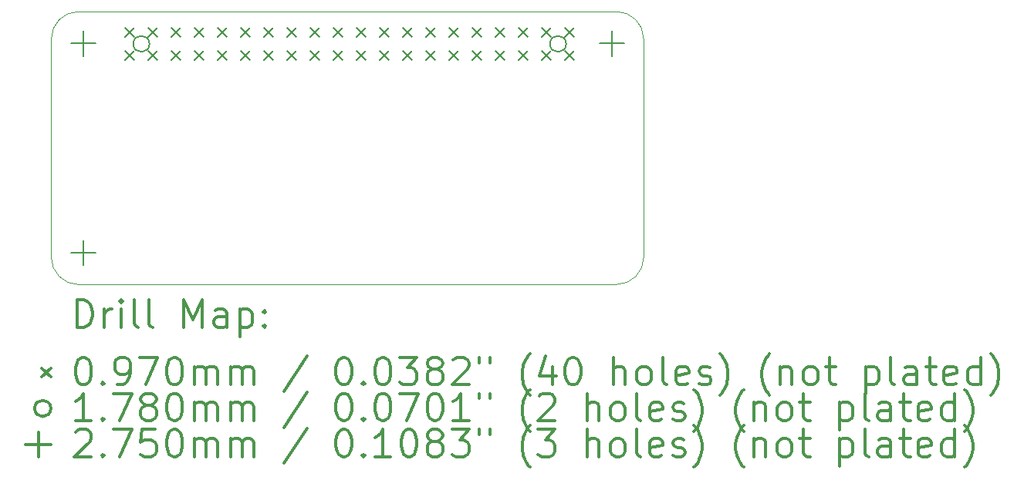
<source format=gbr>
%FSLAX45Y45*%
G04 Gerber Fmt 4.5, Leading zero omitted, Abs format (unit mm)*
G04 Created by KiCad (PCBNEW (5.1.10)-1) date 2021-06-05 16:37:24*
%MOMM*%
%LPD*%
G01*
G04 APERTURE LIST*
%TA.AperFunction,Profile*%
%ADD10C,0.100000*%
%TD*%
%ADD11C,0.200000*%
%ADD12C,0.300000*%
G04 APERTURE END LIST*
D10*
X1550000Y-5450000D02*
X7450000Y-5450000D01*
X1550000Y-2450000D02*
X7450000Y-2450000D01*
X1550000Y-2450000D02*
G75*
G03*
X1250000Y-2750000I0J-300000D01*
G01*
X7750000Y-2750000D02*
G75*
G03*
X7450000Y-2450000I-300000J0D01*
G01*
X7450000Y-5450000D02*
G75*
G03*
X7750000Y-5150000I0J300000D01*
G01*
X1250000Y-5150000D02*
G75*
G03*
X1550000Y-5450000I300000J0D01*
G01*
X1250000Y-2750000D02*
X1250000Y-5150000D01*
X7750000Y-2750000D02*
X7750000Y-5150000D01*
D11*
X2062500Y-2629500D02*
X2159500Y-2726500D01*
X2159500Y-2629500D02*
X2062500Y-2726500D01*
X2062500Y-2883500D02*
X2159500Y-2980500D01*
X2159500Y-2883500D02*
X2062500Y-2980500D01*
X2316500Y-2629500D02*
X2413500Y-2726500D01*
X2413500Y-2629500D02*
X2316500Y-2726500D01*
X2316500Y-2883500D02*
X2413500Y-2980500D01*
X2413500Y-2883500D02*
X2316500Y-2980500D01*
X2570500Y-2629500D02*
X2667500Y-2726500D01*
X2667500Y-2629500D02*
X2570500Y-2726500D01*
X2570500Y-2883500D02*
X2667500Y-2980500D01*
X2667500Y-2883500D02*
X2570500Y-2980500D01*
X2824500Y-2629500D02*
X2921500Y-2726500D01*
X2921500Y-2629500D02*
X2824500Y-2726500D01*
X2824500Y-2883500D02*
X2921500Y-2980500D01*
X2921500Y-2883500D02*
X2824500Y-2980500D01*
X3078500Y-2629500D02*
X3175500Y-2726500D01*
X3175500Y-2629500D02*
X3078500Y-2726500D01*
X3078500Y-2883500D02*
X3175500Y-2980500D01*
X3175500Y-2883500D02*
X3078500Y-2980500D01*
X3332500Y-2629500D02*
X3429500Y-2726500D01*
X3429500Y-2629500D02*
X3332500Y-2726500D01*
X3332500Y-2883500D02*
X3429500Y-2980500D01*
X3429500Y-2883500D02*
X3332500Y-2980500D01*
X3586500Y-2629500D02*
X3683500Y-2726500D01*
X3683500Y-2629500D02*
X3586500Y-2726500D01*
X3586500Y-2883500D02*
X3683500Y-2980500D01*
X3683500Y-2883500D02*
X3586500Y-2980500D01*
X3840500Y-2629500D02*
X3937500Y-2726500D01*
X3937500Y-2629500D02*
X3840500Y-2726500D01*
X3840500Y-2883500D02*
X3937500Y-2980500D01*
X3937500Y-2883500D02*
X3840500Y-2980500D01*
X4094500Y-2629500D02*
X4191500Y-2726500D01*
X4191500Y-2629500D02*
X4094500Y-2726500D01*
X4094500Y-2883500D02*
X4191500Y-2980500D01*
X4191500Y-2883500D02*
X4094500Y-2980500D01*
X4348500Y-2629500D02*
X4445500Y-2726500D01*
X4445500Y-2629500D02*
X4348500Y-2726500D01*
X4348500Y-2883500D02*
X4445500Y-2980500D01*
X4445500Y-2883500D02*
X4348500Y-2980500D01*
X4602500Y-2629500D02*
X4699500Y-2726500D01*
X4699500Y-2629500D02*
X4602500Y-2726500D01*
X4602500Y-2883500D02*
X4699500Y-2980500D01*
X4699500Y-2883500D02*
X4602500Y-2980500D01*
X4856500Y-2629500D02*
X4953500Y-2726500D01*
X4953500Y-2629500D02*
X4856500Y-2726500D01*
X4856500Y-2883500D02*
X4953500Y-2980500D01*
X4953500Y-2883500D02*
X4856500Y-2980500D01*
X5110500Y-2629500D02*
X5207500Y-2726500D01*
X5207500Y-2629500D02*
X5110500Y-2726500D01*
X5110500Y-2883500D02*
X5207500Y-2980500D01*
X5207500Y-2883500D02*
X5110500Y-2980500D01*
X5364500Y-2629500D02*
X5461500Y-2726500D01*
X5461500Y-2629500D02*
X5364500Y-2726500D01*
X5364500Y-2883500D02*
X5461500Y-2980500D01*
X5461500Y-2883500D02*
X5364500Y-2980500D01*
X5618500Y-2629500D02*
X5715500Y-2726500D01*
X5715500Y-2629500D02*
X5618500Y-2726500D01*
X5618500Y-2883500D02*
X5715500Y-2980500D01*
X5715500Y-2883500D02*
X5618500Y-2980500D01*
X5872500Y-2629500D02*
X5969500Y-2726500D01*
X5969500Y-2629500D02*
X5872500Y-2726500D01*
X5872500Y-2883500D02*
X5969500Y-2980500D01*
X5969500Y-2883500D02*
X5872500Y-2980500D01*
X6126500Y-2629500D02*
X6223500Y-2726500D01*
X6223500Y-2629500D02*
X6126500Y-2726500D01*
X6126500Y-2883500D02*
X6223500Y-2980500D01*
X6223500Y-2883500D02*
X6126500Y-2980500D01*
X6380500Y-2629500D02*
X6477500Y-2726500D01*
X6477500Y-2629500D02*
X6380500Y-2726500D01*
X6380500Y-2883500D02*
X6477500Y-2980500D01*
X6477500Y-2883500D02*
X6380500Y-2980500D01*
X6634500Y-2629500D02*
X6731500Y-2726500D01*
X6731500Y-2629500D02*
X6634500Y-2726500D01*
X6634500Y-2883500D02*
X6731500Y-2980500D01*
X6731500Y-2883500D02*
X6634500Y-2980500D01*
X6888500Y-2629500D02*
X6985500Y-2726500D01*
X6985500Y-2629500D02*
X6888500Y-2726500D01*
X6888500Y-2883500D02*
X6985500Y-2980500D01*
X6985500Y-2883500D02*
X6888500Y-2980500D01*
X2327000Y-2805000D02*
G75*
G03*
X2327000Y-2805000I-89000J0D01*
G01*
X6899000Y-2805000D02*
G75*
G03*
X6899000Y-2805000I-89000J0D01*
G01*
X1600000Y-2662500D02*
X1600000Y-2937500D01*
X1462500Y-2800000D02*
X1737500Y-2800000D01*
X1600000Y-4962500D02*
X1600000Y-5237500D01*
X1462500Y-5100000D02*
X1737500Y-5100000D01*
X7400000Y-2662500D02*
X7400000Y-2937500D01*
X7262500Y-2800000D02*
X7537500Y-2800000D01*
D12*
X1531428Y-5920714D02*
X1531428Y-5620714D01*
X1602857Y-5620714D01*
X1645714Y-5635000D01*
X1674286Y-5663571D01*
X1688571Y-5692143D01*
X1702857Y-5749286D01*
X1702857Y-5792143D01*
X1688571Y-5849286D01*
X1674286Y-5877857D01*
X1645714Y-5906429D01*
X1602857Y-5920714D01*
X1531428Y-5920714D01*
X1831428Y-5920714D02*
X1831428Y-5720714D01*
X1831428Y-5777857D02*
X1845714Y-5749286D01*
X1860000Y-5735000D01*
X1888571Y-5720714D01*
X1917143Y-5720714D01*
X2017143Y-5920714D02*
X2017143Y-5720714D01*
X2017143Y-5620714D02*
X2002857Y-5635000D01*
X2017143Y-5649286D01*
X2031428Y-5635000D01*
X2017143Y-5620714D01*
X2017143Y-5649286D01*
X2202857Y-5920714D02*
X2174286Y-5906429D01*
X2160000Y-5877857D01*
X2160000Y-5620714D01*
X2360000Y-5920714D02*
X2331428Y-5906429D01*
X2317143Y-5877857D01*
X2317143Y-5620714D01*
X2702857Y-5920714D02*
X2702857Y-5620714D01*
X2802857Y-5835000D01*
X2902857Y-5620714D01*
X2902857Y-5920714D01*
X3174286Y-5920714D02*
X3174286Y-5763571D01*
X3160000Y-5735000D01*
X3131428Y-5720714D01*
X3074286Y-5720714D01*
X3045714Y-5735000D01*
X3174286Y-5906429D02*
X3145714Y-5920714D01*
X3074286Y-5920714D01*
X3045714Y-5906429D01*
X3031428Y-5877857D01*
X3031428Y-5849286D01*
X3045714Y-5820714D01*
X3074286Y-5806429D01*
X3145714Y-5806429D01*
X3174286Y-5792143D01*
X3317143Y-5720714D02*
X3317143Y-6020714D01*
X3317143Y-5735000D02*
X3345714Y-5720714D01*
X3402857Y-5720714D01*
X3431428Y-5735000D01*
X3445714Y-5749286D01*
X3460000Y-5777857D01*
X3460000Y-5863571D01*
X3445714Y-5892143D01*
X3431428Y-5906429D01*
X3402857Y-5920714D01*
X3345714Y-5920714D01*
X3317143Y-5906429D01*
X3588571Y-5892143D02*
X3602857Y-5906429D01*
X3588571Y-5920714D01*
X3574286Y-5906429D01*
X3588571Y-5892143D01*
X3588571Y-5920714D01*
X3588571Y-5735000D02*
X3602857Y-5749286D01*
X3588571Y-5763571D01*
X3574286Y-5749286D01*
X3588571Y-5735000D01*
X3588571Y-5763571D01*
X1148000Y-6366500D02*
X1245000Y-6463500D01*
X1245000Y-6366500D02*
X1148000Y-6463500D01*
X1588571Y-6250714D02*
X1617143Y-6250714D01*
X1645714Y-6265000D01*
X1660000Y-6279286D01*
X1674286Y-6307857D01*
X1688571Y-6365000D01*
X1688571Y-6436429D01*
X1674286Y-6493571D01*
X1660000Y-6522143D01*
X1645714Y-6536429D01*
X1617143Y-6550714D01*
X1588571Y-6550714D01*
X1560000Y-6536429D01*
X1545714Y-6522143D01*
X1531428Y-6493571D01*
X1517143Y-6436429D01*
X1517143Y-6365000D01*
X1531428Y-6307857D01*
X1545714Y-6279286D01*
X1560000Y-6265000D01*
X1588571Y-6250714D01*
X1817143Y-6522143D02*
X1831428Y-6536429D01*
X1817143Y-6550714D01*
X1802857Y-6536429D01*
X1817143Y-6522143D01*
X1817143Y-6550714D01*
X1974286Y-6550714D02*
X2031428Y-6550714D01*
X2060000Y-6536429D01*
X2074286Y-6522143D01*
X2102857Y-6479286D01*
X2117143Y-6422143D01*
X2117143Y-6307857D01*
X2102857Y-6279286D01*
X2088571Y-6265000D01*
X2060000Y-6250714D01*
X2002857Y-6250714D01*
X1974286Y-6265000D01*
X1960000Y-6279286D01*
X1945714Y-6307857D01*
X1945714Y-6379286D01*
X1960000Y-6407857D01*
X1974286Y-6422143D01*
X2002857Y-6436429D01*
X2060000Y-6436429D01*
X2088571Y-6422143D01*
X2102857Y-6407857D01*
X2117143Y-6379286D01*
X2217143Y-6250714D02*
X2417143Y-6250714D01*
X2288571Y-6550714D01*
X2588571Y-6250714D02*
X2617143Y-6250714D01*
X2645714Y-6265000D01*
X2660000Y-6279286D01*
X2674286Y-6307857D01*
X2688571Y-6365000D01*
X2688571Y-6436429D01*
X2674286Y-6493571D01*
X2660000Y-6522143D01*
X2645714Y-6536429D01*
X2617143Y-6550714D01*
X2588571Y-6550714D01*
X2560000Y-6536429D01*
X2545714Y-6522143D01*
X2531428Y-6493571D01*
X2517143Y-6436429D01*
X2517143Y-6365000D01*
X2531428Y-6307857D01*
X2545714Y-6279286D01*
X2560000Y-6265000D01*
X2588571Y-6250714D01*
X2817143Y-6550714D02*
X2817143Y-6350714D01*
X2817143Y-6379286D02*
X2831428Y-6365000D01*
X2860000Y-6350714D01*
X2902857Y-6350714D01*
X2931428Y-6365000D01*
X2945714Y-6393571D01*
X2945714Y-6550714D01*
X2945714Y-6393571D02*
X2960000Y-6365000D01*
X2988571Y-6350714D01*
X3031428Y-6350714D01*
X3060000Y-6365000D01*
X3074286Y-6393571D01*
X3074286Y-6550714D01*
X3217143Y-6550714D02*
X3217143Y-6350714D01*
X3217143Y-6379286D02*
X3231428Y-6365000D01*
X3260000Y-6350714D01*
X3302857Y-6350714D01*
X3331428Y-6365000D01*
X3345714Y-6393571D01*
X3345714Y-6550714D01*
X3345714Y-6393571D02*
X3360000Y-6365000D01*
X3388571Y-6350714D01*
X3431428Y-6350714D01*
X3460000Y-6365000D01*
X3474286Y-6393571D01*
X3474286Y-6550714D01*
X4060000Y-6236429D02*
X3802857Y-6622143D01*
X4445714Y-6250714D02*
X4474286Y-6250714D01*
X4502857Y-6265000D01*
X4517143Y-6279286D01*
X4531428Y-6307857D01*
X4545714Y-6365000D01*
X4545714Y-6436429D01*
X4531428Y-6493571D01*
X4517143Y-6522143D01*
X4502857Y-6536429D01*
X4474286Y-6550714D01*
X4445714Y-6550714D01*
X4417143Y-6536429D01*
X4402857Y-6522143D01*
X4388571Y-6493571D01*
X4374286Y-6436429D01*
X4374286Y-6365000D01*
X4388571Y-6307857D01*
X4402857Y-6279286D01*
X4417143Y-6265000D01*
X4445714Y-6250714D01*
X4674286Y-6522143D02*
X4688571Y-6536429D01*
X4674286Y-6550714D01*
X4660000Y-6536429D01*
X4674286Y-6522143D01*
X4674286Y-6550714D01*
X4874286Y-6250714D02*
X4902857Y-6250714D01*
X4931428Y-6265000D01*
X4945714Y-6279286D01*
X4960000Y-6307857D01*
X4974286Y-6365000D01*
X4974286Y-6436429D01*
X4960000Y-6493571D01*
X4945714Y-6522143D01*
X4931428Y-6536429D01*
X4902857Y-6550714D01*
X4874286Y-6550714D01*
X4845714Y-6536429D01*
X4831428Y-6522143D01*
X4817143Y-6493571D01*
X4802857Y-6436429D01*
X4802857Y-6365000D01*
X4817143Y-6307857D01*
X4831428Y-6279286D01*
X4845714Y-6265000D01*
X4874286Y-6250714D01*
X5074286Y-6250714D02*
X5260000Y-6250714D01*
X5160000Y-6365000D01*
X5202857Y-6365000D01*
X5231428Y-6379286D01*
X5245714Y-6393571D01*
X5260000Y-6422143D01*
X5260000Y-6493571D01*
X5245714Y-6522143D01*
X5231428Y-6536429D01*
X5202857Y-6550714D01*
X5117143Y-6550714D01*
X5088571Y-6536429D01*
X5074286Y-6522143D01*
X5431428Y-6379286D02*
X5402857Y-6365000D01*
X5388571Y-6350714D01*
X5374286Y-6322143D01*
X5374286Y-6307857D01*
X5388571Y-6279286D01*
X5402857Y-6265000D01*
X5431428Y-6250714D01*
X5488571Y-6250714D01*
X5517143Y-6265000D01*
X5531428Y-6279286D01*
X5545714Y-6307857D01*
X5545714Y-6322143D01*
X5531428Y-6350714D01*
X5517143Y-6365000D01*
X5488571Y-6379286D01*
X5431428Y-6379286D01*
X5402857Y-6393571D01*
X5388571Y-6407857D01*
X5374286Y-6436429D01*
X5374286Y-6493571D01*
X5388571Y-6522143D01*
X5402857Y-6536429D01*
X5431428Y-6550714D01*
X5488571Y-6550714D01*
X5517143Y-6536429D01*
X5531428Y-6522143D01*
X5545714Y-6493571D01*
X5545714Y-6436429D01*
X5531428Y-6407857D01*
X5517143Y-6393571D01*
X5488571Y-6379286D01*
X5660000Y-6279286D02*
X5674286Y-6265000D01*
X5702857Y-6250714D01*
X5774286Y-6250714D01*
X5802857Y-6265000D01*
X5817143Y-6279286D01*
X5831428Y-6307857D01*
X5831428Y-6336429D01*
X5817143Y-6379286D01*
X5645714Y-6550714D01*
X5831428Y-6550714D01*
X5945714Y-6250714D02*
X5945714Y-6307857D01*
X6060000Y-6250714D02*
X6060000Y-6307857D01*
X6502857Y-6665000D02*
X6488571Y-6650714D01*
X6460000Y-6607857D01*
X6445714Y-6579286D01*
X6431428Y-6536429D01*
X6417143Y-6465000D01*
X6417143Y-6407857D01*
X6431428Y-6336429D01*
X6445714Y-6293571D01*
X6460000Y-6265000D01*
X6488571Y-6222143D01*
X6502857Y-6207857D01*
X6745714Y-6350714D02*
X6745714Y-6550714D01*
X6674286Y-6236429D02*
X6602857Y-6450714D01*
X6788571Y-6450714D01*
X6960000Y-6250714D02*
X6988571Y-6250714D01*
X7017143Y-6265000D01*
X7031428Y-6279286D01*
X7045714Y-6307857D01*
X7060000Y-6365000D01*
X7060000Y-6436429D01*
X7045714Y-6493571D01*
X7031428Y-6522143D01*
X7017143Y-6536429D01*
X6988571Y-6550714D01*
X6960000Y-6550714D01*
X6931428Y-6536429D01*
X6917143Y-6522143D01*
X6902857Y-6493571D01*
X6888571Y-6436429D01*
X6888571Y-6365000D01*
X6902857Y-6307857D01*
X6917143Y-6279286D01*
X6931428Y-6265000D01*
X6960000Y-6250714D01*
X7417143Y-6550714D02*
X7417143Y-6250714D01*
X7545714Y-6550714D02*
X7545714Y-6393571D01*
X7531428Y-6365000D01*
X7502857Y-6350714D01*
X7460000Y-6350714D01*
X7431428Y-6365000D01*
X7417143Y-6379286D01*
X7731428Y-6550714D02*
X7702857Y-6536429D01*
X7688571Y-6522143D01*
X7674286Y-6493571D01*
X7674286Y-6407857D01*
X7688571Y-6379286D01*
X7702857Y-6365000D01*
X7731428Y-6350714D01*
X7774286Y-6350714D01*
X7802857Y-6365000D01*
X7817143Y-6379286D01*
X7831428Y-6407857D01*
X7831428Y-6493571D01*
X7817143Y-6522143D01*
X7802857Y-6536429D01*
X7774286Y-6550714D01*
X7731428Y-6550714D01*
X8002857Y-6550714D02*
X7974286Y-6536429D01*
X7960000Y-6507857D01*
X7960000Y-6250714D01*
X8231428Y-6536429D02*
X8202857Y-6550714D01*
X8145714Y-6550714D01*
X8117143Y-6536429D01*
X8102857Y-6507857D01*
X8102857Y-6393571D01*
X8117143Y-6365000D01*
X8145714Y-6350714D01*
X8202857Y-6350714D01*
X8231428Y-6365000D01*
X8245714Y-6393571D01*
X8245714Y-6422143D01*
X8102857Y-6450714D01*
X8360000Y-6536429D02*
X8388571Y-6550714D01*
X8445714Y-6550714D01*
X8474286Y-6536429D01*
X8488571Y-6507857D01*
X8488571Y-6493571D01*
X8474286Y-6465000D01*
X8445714Y-6450714D01*
X8402857Y-6450714D01*
X8374286Y-6436429D01*
X8360000Y-6407857D01*
X8360000Y-6393571D01*
X8374286Y-6365000D01*
X8402857Y-6350714D01*
X8445714Y-6350714D01*
X8474286Y-6365000D01*
X8588571Y-6665000D02*
X8602857Y-6650714D01*
X8631428Y-6607857D01*
X8645714Y-6579286D01*
X8660000Y-6536429D01*
X8674286Y-6465000D01*
X8674286Y-6407857D01*
X8660000Y-6336429D01*
X8645714Y-6293571D01*
X8631428Y-6265000D01*
X8602857Y-6222143D01*
X8588571Y-6207857D01*
X9131428Y-6665000D02*
X9117143Y-6650714D01*
X9088571Y-6607857D01*
X9074286Y-6579286D01*
X9060000Y-6536429D01*
X9045714Y-6465000D01*
X9045714Y-6407857D01*
X9060000Y-6336429D01*
X9074286Y-6293571D01*
X9088571Y-6265000D01*
X9117143Y-6222143D01*
X9131428Y-6207857D01*
X9245714Y-6350714D02*
X9245714Y-6550714D01*
X9245714Y-6379286D02*
X9260000Y-6365000D01*
X9288571Y-6350714D01*
X9331428Y-6350714D01*
X9360000Y-6365000D01*
X9374286Y-6393571D01*
X9374286Y-6550714D01*
X9560000Y-6550714D02*
X9531428Y-6536429D01*
X9517143Y-6522143D01*
X9502857Y-6493571D01*
X9502857Y-6407857D01*
X9517143Y-6379286D01*
X9531428Y-6365000D01*
X9560000Y-6350714D01*
X9602857Y-6350714D01*
X9631428Y-6365000D01*
X9645714Y-6379286D01*
X9660000Y-6407857D01*
X9660000Y-6493571D01*
X9645714Y-6522143D01*
X9631428Y-6536429D01*
X9602857Y-6550714D01*
X9560000Y-6550714D01*
X9745714Y-6350714D02*
X9860000Y-6350714D01*
X9788571Y-6250714D02*
X9788571Y-6507857D01*
X9802857Y-6536429D01*
X9831428Y-6550714D01*
X9860000Y-6550714D01*
X10188571Y-6350714D02*
X10188571Y-6650714D01*
X10188571Y-6365000D02*
X10217143Y-6350714D01*
X10274286Y-6350714D01*
X10302857Y-6365000D01*
X10317143Y-6379286D01*
X10331428Y-6407857D01*
X10331428Y-6493571D01*
X10317143Y-6522143D01*
X10302857Y-6536429D01*
X10274286Y-6550714D01*
X10217143Y-6550714D01*
X10188571Y-6536429D01*
X10502857Y-6550714D02*
X10474286Y-6536429D01*
X10460000Y-6507857D01*
X10460000Y-6250714D01*
X10745714Y-6550714D02*
X10745714Y-6393571D01*
X10731428Y-6365000D01*
X10702857Y-6350714D01*
X10645714Y-6350714D01*
X10617143Y-6365000D01*
X10745714Y-6536429D02*
X10717143Y-6550714D01*
X10645714Y-6550714D01*
X10617143Y-6536429D01*
X10602857Y-6507857D01*
X10602857Y-6479286D01*
X10617143Y-6450714D01*
X10645714Y-6436429D01*
X10717143Y-6436429D01*
X10745714Y-6422143D01*
X10845714Y-6350714D02*
X10960000Y-6350714D01*
X10888571Y-6250714D02*
X10888571Y-6507857D01*
X10902857Y-6536429D01*
X10931428Y-6550714D01*
X10960000Y-6550714D01*
X11174286Y-6536429D02*
X11145714Y-6550714D01*
X11088571Y-6550714D01*
X11060000Y-6536429D01*
X11045714Y-6507857D01*
X11045714Y-6393571D01*
X11060000Y-6365000D01*
X11088571Y-6350714D01*
X11145714Y-6350714D01*
X11174286Y-6365000D01*
X11188571Y-6393571D01*
X11188571Y-6422143D01*
X11045714Y-6450714D01*
X11445714Y-6550714D02*
X11445714Y-6250714D01*
X11445714Y-6536429D02*
X11417143Y-6550714D01*
X11360000Y-6550714D01*
X11331428Y-6536429D01*
X11317143Y-6522143D01*
X11302857Y-6493571D01*
X11302857Y-6407857D01*
X11317143Y-6379286D01*
X11331428Y-6365000D01*
X11360000Y-6350714D01*
X11417143Y-6350714D01*
X11445714Y-6365000D01*
X11560000Y-6665000D02*
X11574286Y-6650714D01*
X11602857Y-6607857D01*
X11617143Y-6579286D01*
X11631428Y-6536429D01*
X11645714Y-6465000D01*
X11645714Y-6407857D01*
X11631428Y-6336429D01*
X11617143Y-6293571D01*
X11602857Y-6265000D01*
X11574286Y-6222143D01*
X11560000Y-6207857D01*
X1245000Y-6811000D02*
G75*
G03*
X1245000Y-6811000I-89000J0D01*
G01*
X1688571Y-6946714D02*
X1517143Y-6946714D01*
X1602857Y-6946714D02*
X1602857Y-6646714D01*
X1574286Y-6689571D01*
X1545714Y-6718143D01*
X1517143Y-6732429D01*
X1817143Y-6918143D02*
X1831428Y-6932429D01*
X1817143Y-6946714D01*
X1802857Y-6932429D01*
X1817143Y-6918143D01*
X1817143Y-6946714D01*
X1931428Y-6646714D02*
X2131428Y-6646714D01*
X2002857Y-6946714D01*
X2288571Y-6775286D02*
X2260000Y-6761000D01*
X2245714Y-6746714D01*
X2231428Y-6718143D01*
X2231428Y-6703857D01*
X2245714Y-6675286D01*
X2260000Y-6661000D01*
X2288571Y-6646714D01*
X2345714Y-6646714D01*
X2374286Y-6661000D01*
X2388571Y-6675286D01*
X2402857Y-6703857D01*
X2402857Y-6718143D01*
X2388571Y-6746714D01*
X2374286Y-6761000D01*
X2345714Y-6775286D01*
X2288571Y-6775286D01*
X2260000Y-6789571D01*
X2245714Y-6803857D01*
X2231428Y-6832429D01*
X2231428Y-6889571D01*
X2245714Y-6918143D01*
X2260000Y-6932429D01*
X2288571Y-6946714D01*
X2345714Y-6946714D01*
X2374286Y-6932429D01*
X2388571Y-6918143D01*
X2402857Y-6889571D01*
X2402857Y-6832429D01*
X2388571Y-6803857D01*
X2374286Y-6789571D01*
X2345714Y-6775286D01*
X2588571Y-6646714D02*
X2617143Y-6646714D01*
X2645714Y-6661000D01*
X2660000Y-6675286D01*
X2674286Y-6703857D01*
X2688571Y-6761000D01*
X2688571Y-6832429D01*
X2674286Y-6889571D01*
X2660000Y-6918143D01*
X2645714Y-6932429D01*
X2617143Y-6946714D01*
X2588571Y-6946714D01*
X2560000Y-6932429D01*
X2545714Y-6918143D01*
X2531428Y-6889571D01*
X2517143Y-6832429D01*
X2517143Y-6761000D01*
X2531428Y-6703857D01*
X2545714Y-6675286D01*
X2560000Y-6661000D01*
X2588571Y-6646714D01*
X2817143Y-6946714D02*
X2817143Y-6746714D01*
X2817143Y-6775286D02*
X2831428Y-6761000D01*
X2860000Y-6746714D01*
X2902857Y-6746714D01*
X2931428Y-6761000D01*
X2945714Y-6789571D01*
X2945714Y-6946714D01*
X2945714Y-6789571D02*
X2960000Y-6761000D01*
X2988571Y-6746714D01*
X3031428Y-6746714D01*
X3060000Y-6761000D01*
X3074286Y-6789571D01*
X3074286Y-6946714D01*
X3217143Y-6946714D02*
X3217143Y-6746714D01*
X3217143Y-6775286D02*
X3231428Y-6761000D01*
X3260000Y-6746714D01*
X3302857Y-6746714D01*
X3331428Y-6761000D01*
X3345714Y-6789571D01*
X3345714Y-6946714D01*
X3345714Y-6789571D02*
X3360000Y-6761000D01*
X3388571Y-6746714D01*
X3431428Y-6746714D01*
X3460000Y-6761000D01*
X3474286Y-6789571D01*
X3474286Y-6946714D01*
X4060000Y-6632429D02*
X3802857Y-7018143D01*
X4445714Y-6646714D02*
X4474286Y-6646714D01*
X4502857Y-6661000D01*
X4517143Y-6675286D01*
X4531428Y-6703857D01*
X4545714Y-6761000D01*
X4545714Y-6832429D01*
X4531428Y-6889571D01*
X4517143Y-6918143D01*
X4502857Y-6932429D01*
X4474286Y-6946714D01*
X4445714Y-6946714D01*
X4417143Y-6932429D01*
X4402857Y-6918143D01*
X4388571Y-6889571D01*
X4374286Y-6832429D01*
X4374286Y-6761000D01*
X4388571Y-6703857D01*
X4402857Y-6675286D01*
X4417143Y-6661000D01*
X4445714Y-6646714D01*
X4674286Y-6918143D02*
X4688571Y-6932429D01*
X4674286Y-6946714D01*
X4660000Y-6932429D01*
X4674286Y-6918143D01*
X4674286Y-6946714D01*
X4874286Y-6646714D02*
X4902857Y-6646714D01*
X4931428Y-6661000D01*
X4945714Y-6675286D01*
X4960000Y-6703857D01*
X4974286Y-6761000D01*
X4974286Y-6832429D01*
X4960000Y-6889571D01*
X4945714Y-6918143D01*
X4931428Y-6932429D01*
X4902857Y-6946714D01*
X4874286Y-6946714D01*
X4845714Y-6932429D01*
X4831428Y-6918143D01*
X4817143Y-6889571D01*
X4802857Y-6832429D01*
X4802857Y-6761000D01*
X4817143Y-6703857D01*
X4831428Y-6675286D01*
X4845714Y-6661000D01*
X4874286Y-6646714D01*
X5074286Y-6646714D02*
X5274286Y-6646714D01*
X5145714Y-6946714D01*
X5445714Y-6646714D02*
X5474286Y-6646714D01*
X5502857Y-6661000D01*
X5517143Y-6675286D01*
X5531428Y-6703857D01*
X5545714Y-6761000D01*
X5545714Y-6832429D01*
X5531428Y-6889571D01*
X5517143Y-6918143D01*
X5502857Y-6932429D01*
X5474286Y-6946714D01*
X5445714Y-6946714D01*
X5417143Y-6932429D01*
X5402857Y-6918143D01*
X5388571Y-6889571D01*
X5374286Y-6832429D01*
X5374286Y-6761000D01*
X5388571Y-6703857D01*
X5402857Y-6675286D01*
X5417143Y-6661000D01*
X5445714Y-6646714D01*
X5831428Y-6946714D02*
X5660000Y-6946714D01*
X5745714Y-6946714D02*
X5745714Y-6646714D01*
X5717143Y-6689571D01*
X5688571Y-6718143D01*
X5660000Y-6732429D01*
X5945714Y-6646714D02*
X5945714Y-6703857D01*
X6060000Y-6646714D02*
X6060000Y-6703857D01*
X6502857Y-7061000D02*
X6488571Y-7046714D01*
X6460000Y-7003857D01*
X6445714Y-6975286D01*
X6431428Y-6932429D01*
X6417143Y-6861000D01*
X6417143Y-6803857D01*
X6431428Y-6732429D01*
X6445714Y-6689571D01*
X6460000Y-6661000D01*
X6488571Y-6618143D01*
X6502857Y-6603857D01*
X6602857Y-6675286D02*
X6617143Y-6661000D01*
X6645714Y-6646714D01*
X6717143Y-6646714D01*
X6745714Y-6661000D01*
X6760000Y-6675286D01*
X6774286Y-6703857D01*
X6774286Y-6732429D01*
X6760000Y-6775286D01*
X6588571Y-6946714D01*
X6774286Y-6946714D01*
X7131428Y-6946714D02*
X7131428Y-6646714D01*
X7260000Y-6946714D02*
X7260000Y-6789571D01*
X7245714Y-6761000D01*
X7217143Y-6746714D01*
X7174286Y-6746714D01*
X7145714Y-6761000D01*
X7131428Y-6775286D01*
X7445714Y-6946714D02*
X7417143Y-6932429D01*
X7402857Y-6918143D01*
X7388571Y-6889571D01*
X7388571Y-6803857D01*
X7402857Y-6775286D01*
X7417143Y-6761000D01*
X7445714Y-6746714D01*
X7488571Y-6746714D01*
X7517143Y-6761000D01*
X7531428Y-6775286D01*
X7545714Y-6803857D01*
X7545714Y-6889571D01*
X7531428Y-6918143D01*
X7517143Y-6932429D01*
X7488571Y-6946714D01*
X7445714Y-6946714D01*
X7717143Y-6946714D02*
X7688571Y-6932429D01*
X7674286Y-6903857D01*
X7674286Y-6646714D01*
X7945714Y-6932429D02*
X7917143Y-6946714D01*
X7860000Y-6946714D01*
X7831428Y-6932429D01*
X7817143Y-6903857D01*
X7817143Y-6789571D01*
X7831428Y-6761000D01*
X7860000Y-6746714D01*
X7917143Y-6746714D01*
X7945714Y-6761000D01*
X7960000Y-6789571D01*
X7960000Y-6818143D01*
X7817143Y-6846714D01*
X8074286Y-6932429D02*
X8102857Y-6946714D01*
X8160000Y-6946714D01*
X8188571Y-6932429D01*
X8202857Y-6903857D01*
X8202857Y-6889571D01*
X8188571Y-6861000D01*
X8160000Y-6846714D01*
X8117143Y-6846714D01*
X8088571Y-6832429D01*
X8074286Y-6803857D01*
X8074286Y-6789571D01*
X8088571Y-6761000D01*
X8117143Y-6746714D01*
X8160000Y-6746714D01*
X8188571Y-6761000D01*
X8302857Y-7061000D02*
X8317143Y-7046714D01*
X8345714Y-7003857D01*
X8360000Y-6975286D01*
X8374286Y-6932429D01*
X8388571Y-6861000D01*
X8388571Y-6803857D01*
X8374286Y-6732429D01*
X8360000Y-6689571D01*
X8345714Y-6661000D01*
X8317143Y-6618143D01*
X8302857Y-6603857D01*
X8845714Y-7061000D02*
X8831428Y-7046714D01*
X8802857Y-7003857D01*
X8788571Y-6975286D01*
X8774286Y-6932429D01*
X8760000Y-6861000D01*
X8760000Y-6803857D01*
X8774286Y-6732429D01*
X8788571Y-6689571D01*
X8802857Y-6661000D01*
X8831428Y-6618143D01*
X8845714Y-6603857D01*
X8960000Y-6746714D02*
X8960000Y-6946714D01*
X8960000Y-6775286D02*
X8974286Y-6761000D01*
X9002857Y-6746714D01*
X9045714Y-6746714D01*
X9074286Y-6761000D01*
X9088571Y-6789571D01*
X9088571Y-6946714D01*
X9274286Y-6946714D02*
X9245714Y-6932429D01*
X9231428Y-6918143D01*
X9217143Y-6889571D01*
X9217143Y-6803857D01*
X9231428Y-6775286D01*
X9245714Y-6761000D01*
X9274286Y-6746714D01*
X9317143Y-6746714D01*
X9345714Y-6761000D01*
X9360000Y-6775286D01*
X9374286Y-6803857D01*
X9374286Y-6889571D01*
X9360000Y-6918143D01*
X9345714Y-6932429D01*
X9317143Y-6946714D01*
X9274286Y-6946714D01*
X9460000Y-6746714D02*
X9574286Y-6746714D01*
X9502857Y-6646714D02*
X9502857Y-6903857D01*
X9517143Y-6932429D01*
X9545714Y-6946714D01*
X9574286Y-6946714D01*
X9902857Y-6746714D02*
X9902857Y-7046714D01*
X9902857Y-6761000D02*
X9931428Y-6746714D01*
X9988571Y-6746714D01*
X10017143Y-6761000D01*
X10031428Y-6775286D01*
X10045714Y-6803857D01*
X10045714Y-6889571D01*
X10031428Y-6918143D01*
X10017143Y-6932429D01*
X9988571Y-6946714D01*
X9931428Y-6946714D01*
X9902857Y-6932429D01*
X10217143Y-6946714D02*
X10188571Y-6932429D01*
X10174286Y-6903857D01*
X10174286Y-6646714D01*
X10460000Y-6946714D02*
X10460000Y-6789571D01*
X10445714Y-6761000D01*
X10417143Y-6746714D01*
X10360000Y-6746714D01*
X10331428Y-6761000D01*
X10460000Y-6932429D02*
X10431428Y-6946714D01*
X10360000Y-6946714D01*
X10331428Y-6932429D01*
X10317143Y-6903857D01*
X10317143Y-6875286D01*
X10331428Y-6846714D01*
X10360000Y-6832429D01*
X10431428Y-6832429D01*
X10460000Y-6818143D01*
X10560000Y-6746714D02*
X10674286Y-6746714D01*
X10602857Y-6646714D02*
X10602857Y-6903857D01*
X10617143Y-6932429D01*
X10645714Y-6946714D01*
X10674286Y-6946714D01*
X10888571Y-6932429D02*
X10860000Y-6946714D01*
X10802857Y-6946714D01*
X10774286Y-6932429D01*
X10760000Y-6903857D01*
X10760000Y-6789571D01*
X10774286Y-6761000D01*
X10802857Y-6746714D01*
X10860000Y-6746714D01*
X10888571Y-6761000D01*
X10902857Y-6789571D01*
X10902857Y-6818143D01*
X10760000Y-6846714D01*
X11160000Y-6946714D02*
X11160000Y-6646714D01*
X11160000Y-6932429D02*
X11131428Y-6946714D01*
X11074286Y-6946714D01*
X11045714Y-6932429D01*
X11031428Y-6918143D01*
X11017143Y-6889571D01*
X11017143Y-6803857D01*
X11031428Y-6775286D01*
X11045714Y-6761000D01*
X11074286Y-6746714D01*
X11131428Y-6746714D01*
X11160000Y-6761000D01*
X11274286Y-7061000D02*
X11288571Y-7046714D01*
X11317143Y-7003857D01*
X11331428Y-6975286D01*
X11345714Y-6932429D01*
X11360000Y-6861000D01*
X11360000Y-6803857D01*
X11345714Y-6732429D01*
X11331428Y-6689571D01*
X11317143Y-6661000D01*
X11288571Y-6618143D01*
X11274286Y-6603857D01*
X1107500Y-7069500D02*
X1107500Y-7344500D01*
X970000Y-7207000D02*
X1245000Y-7207000D01*
X1517143Y-7071286D02*
X1531428Y-7057000D01*
X1560000Y-7042714D01*
X1631428Y-7042714D01*
X1660000Y-7057000D01*
X1674286Y-7071286D01*
X1688571Y-7099857D01*
X1688571Y-7128429D01*
X1674286Y-7171286D01*
X1502857Y-7342714D01*
X1688571Y-7342714D01*
X1817143Y-7314143D02*
X1831428Y-7328429D01*
X1817143Y-7342714D01*
X1802857Y-7328429D01*
X1817143Y-7314143D01*
X1817143Y-7342714D01*
X1931428Y-7042714D02*
X2131428Y-7042714D01*
X2002857Y-7342714D01*
X2388571Y-7042714D02*
X2245714Y-7042714D01*
X2231428Y-7185571D01*
X2245714Y-7171286D01*
X2274286Y-7157000D01*
X2345714Y-7157000D01*
X2374286Y-7171286D01*
X2388571Y-7185571D01*
X2402857Y-7214143D01*
X2402857Y-7285571D01*
X2388571Y-7314143D01*
X2374286Y-7328429D01*
X2345714Y-7342714D01*
X2274286Y-7342714D01*
X2245714Y-7328429D01*
X2231428Y-7314143D01*
X2588571Y-7042714D02*
X2617143Y-7042714D01*
X2645714Y-7057000D01*
X2660000Y-7071286D01*
X2674286Y-7099857D01*
X2688571Y-7157000D01*
X2688571Y-7228429D01*
X2674286Y-7285571D01*
X2660000Y-7314143D01*
X2645714Y-7328429D01*
X2617143Y-7342714D01*
X2588571Y-7342714D01*
X2560000Y-7328429D01*
X2545714Y-7314143D01*
X2531428Y-7285571D01*
X2517143Y-7228429D01*
X2517143Y-7157000D01*
X2531428Y-7099857D01*
X2545714Y-7071286D01*
X2560000Y-7057000D01*
X2588571Y-7042714D01*
X2817143Y-7342714D02*
X2817143Y-7142714D01*
X2817143Y-7171286D02*
X2831428Y-7157000D01*
X2860000Y-7142714D01*
X2902857Y-7142714D01*
X2931428Y-7157000D01*
X2945714Y-7185571D01*
X2945714Y-7342714D01*
X2945714Y-7185571D02*
X2960000Y-7157000D01*
X2988571Y-7142714D01*
X3031428Y-7142714D01*
X3060000Y-7157000D01*
X3074286Y-7185571D01*
X3074286Y-7342714D01*
X3217143Y-7342714D02*
X3217143Y-7142714D01*
X3217143Y-7171286D02*
X3231428Y-7157000D01*
X3260000Y-7142714D01*
X3302857Y-7142714D01*
X3331428Y-7157000D01*
X3345714Y-7185571D01*
X3345714Y-7342714D01*
X3345714Y-7185571D02*
X3360000Y-7157000D01*
X3388571Y-7142714D01*
X3431428Y-7142714D01*
X3460000Y-7157000D01*
X3474286Y-7185571D01*
X3474286Y-7342714D01*
X4060000Y-7028429D02*
X3802857Y-7414143D01*
X4445714Y-7042714D02*
X4474286Y-7042714D01*
X4502857Y-7057000D01*
X4517143Y-7071286D01*
X4531428Y-7099857D01*
X4545714Y-7157000D01*
X4545714Y-7228429D01*
X4531428Y-7285571D01*
X4517143Y-7314143D01*
X4502857Y-7328429D01*
X4474286Y-7342714D01*
X4445714Y-7342714D01*
X4417143Y-7328429D01*
X4402857Y-7314143D01*
X4388571Y-7285571D01*
X4374286Y-7228429D01*
X4374286Y-7157000D01*
X4388571Y-7099857D01*
X4402857Y-7071286D01*
X4417143Y-7057000D01*
X4445714Y-7042714D01*
X4674286Y-7314143D02*
X4688571Y-7328429D01*
X4674286Y-7342714D01*
X4660000Y-7328429D01*
X4674286Y-7314143D01*
X4674286Y-7342714D01*
X4974286Y-7342714D02*
X4802857Y-7342714D01*
X4888571Y-7342714D02*
X4888571Y-7042714D01*
X4860000Y-7085571D01*
X4831428Y-7114143D01*
X4802857Y-7128429D01*
X5160000Y-7042714D02*
X5188571Y-7042714D01*
X5217143Y-7057000D01*
X5231428Y-7071286D01*
X5245714Y-7099857D01*
X5260000Y-7157000D01*
X5260000Y-7228429D01*
X5245714Y-7285571D01*
X5231428Y-7314143D01*
X5217143Y-7328429D01*
X5188571Y-7342714D01*
X5160000Y-7342714D01*
X5131428Y-7328429D01*
X5117143Y-7314143D01*
X5102857Y-7285571D01*
X5088571Y-7228429D01*
X5088571Y-7157000D01*
X5102857Y-7099857D01*
X5117143Y-7071286D01*
X5131428Y-7057000D01*
X5160000Y-7042714D01*
X5431428Y-7171286D02*
X5402857Y-7157000D01*
X5388571Y-7142714D01*
X5374286Y-7114143D01*
X5374286Y-7099857D01*
X5388571Y-7071286D01*
X5402857Y-7057000D01*
X5431428Y-7042714D01*
X5488571Y-7042714D01*
X5517143Y-7057000D01*
X5531428Y-7071286D01*
X5545714Y-7099857D01*
X5545714Y-7114143D01*
X5531428Y-7142714D01*
X5517143Y-7157000D01*
X5488571Y-7171286D01*
X5431428Y-7171286D01*
X5402857Y-7185571D01*
X5388571Y-7199857D01*
X5374286Y-7228429D01*
X5374286Y-7285571D01*
X5388571Y-7314143D01*
X5402857Y-7328429D01*
X5431428Y-7342714D01*
X5488571Y-7342714D01*
X5517143Y-7328429D01*
X5531428Y-7314143D01*
X5545714Y-7285571D01*
X5545714Y-7228429D01*
X5531428Y-7199857D01*
X5517143Y-7185571D01*
X5488571Y-7171286D01*
X5645714Y-7042714D02*
X5831428Y-7042714D01*
X5731428Y-7157000D01*
X5774286Y-7157000D01*
X5802857Y-7171286D01*
X5817143Y-7185571D01*
X5831428Y-7214143D01*
X5831428Y-7285571D01*
X5817143Y-7314143D01*
X5802857Y-7328429D01*
X5774286Y-7342714D01*
X5688571Y-7342714D01*
X5660000Y-7328429D01*
X5645714Y-7314143D01*
X5945714Y-7042714D02*
X5945714Y-7099857D01*
X6060000Y-7042714D02*
X6060000Y-7099857D01*
X6502857Y-7457000D02*
X6488571Y-7442714D01*
X6460000Y-7399857D01*
X6445714Y-7371286D01*
X6431428Y-7328429D01*
X6417143Y-7257000D01*
X6417143Y-7199857D01*
X6431428Y-7128429D01*
X6445714Y-7085571D01*
X6460000Y-7057000D01*
X6488571Y-7014143D01*
X6502857Y-6999857D01*
X6588571Y-7042714D02*
X6774286Y-7042714D01*
X6674286Y-7157000D01*
X6717143Y-7157000D01*
X6745714Y-7171286D01*
X6760000Y-7185571D01*
X6774286Y-7214143D01*
X6774286Y-7285571D01*
X6760000Y-7314143D01*
X6745714Y-7328429D01*
X6717143Y-7342714D01*
X6631428Y-7342714D01*
X6602857Y-7328429D01*
X6588571Y-7314143D01*
X7131428Y-7342714D02*
X7131428Y-7042714D01*
X7260000Y-7342714D02*
X7260000Y-7185571D01*
X7245714Y-7157000D01*
X7217143Y-7142714D01*
X7174286Y-7142714D01*
X7145714Y-7157000D01*
X7131428Y-7171286D01*
X7445714Y-7342714D02*
X7417143Y-7328429D01*
X7402857Y-7314143D01*
X7388571Y-7285571D01*
X7388571Y-7199857D01*
X7402857Y-7171286D01*
X7417143Y-7157000D01*
X7445714Y-7142714D01*
X7488571Y-7142714D01*
X7517143Y-7157000D01*
X7531428Y-7171286D01*
X7545714Y-7199857D01*
X7545714Y-7285571D01*
X7531428Y-7314143D01*
X7517143Y-7328429D01*
X7488571Y-7342714D01*
X7445714Y-7342714D01*
X7717143Y-7342714D02*
X7688571Y-7328429D01*
X7674286Y-7299857D01*
X7674286Y-7042714D01*
X7945714Y-7328429D02*
X7917143Y-7342714D01*
X7860000Y-7342714D01*
X7831428Y-7328429D01*
X7817143Y-7299857D01*
X7817143Y-7185571D01*
X7831428Y-7157000D01*
X7860000Y-7142714D01*
X7917143Y-7142714D01*
X7945714Y-7157000D01*
X7960000Y-7185571D01*
X7960000Y-7214143D01*
X7817143Y-7242714D01*
X8074286Y-7328429D02*
X8102857Y-7342714D01*
X8160000Y-7342714D01*
X8188571Y-7328429D01*
X8202857Y-7299857D01*
X8202857Y-7285571D01*
X8188571Y-7257000D01*
X8160000Y-7242714D01*
X8117143Y-7242714D01*
X8088571Y-7228429D01*
X8074286Y-7199857D01*
X8074286Y-7185571D01*
X8088571Y-7157000D01*
X8117143Y-7142714D01*
X8160000Y-7142714D01*
X8188571Y-7157000D01*
X8302857Y-7457000D02*
X8317143Y-7442714D01*
X8345714Y-7399857D01*
X8360000Y-7371286D01*
X8374286Y-7328429D01*
X8388571Y-7257000D01*
X8388571Y-7199857D01*
X8374286Y-7128429D01*
X8360000Y-7085571D01*
X8345714Y-7057000D01*
X8317143Y-7014143D01*
X8302857Y-6999857D01*
X8845714Y-7457000D02*
X8831428Y-7442714D01*
X8802857Y-7399857D01*
X8788571Y-7371286D01*
X8774286Y-7328429D01*
X8760000Y-7257000D01*
X8760000Y-7199857D01*
X8774286Y-7128429D01*
X8788571Y-7085571D01*
X8802857Y-7057000D01*
X8831428Y-7014143D01*
X8845714Y-6999857D01*
X8960000Y-7142714D02*
X8960000Y-7342714D01*
X8960000Y-7171286D02*
X8974286Y-7157000D01*
X9002857Y-7142714D01*
X9045714Y-7142714D01*
X9074286Y-7157000D01*
X9088571Y-7185571D01*
X9088571Y-7342714D01*
X9274286Y-7342714D02*
X9245714Y-7328429D01*
X9231428Y-7314143D01*
X9217143Y-7285571D01*
X9217143Y-7199857D01*
X9231428Y-7171286D01*
X9245714Y-7157000D01*
X9274286Y-7142714D01*
X9317143Y-7142714D01*
X9345714Y-7157000D01*
X9360000Y-7171286D01*
X9374286Y-7199857D01*
X9374286Y-7285571D01*
X9360000Y-7314143D01*
X9345714Y-7328429D01*
X9317143Y-7342714D01*
X9274286Y-7342714D01*
X9460000Y-7142714D02*
X9574286Y-7142714D01*
X9502857Y-7042714D02*
X9502857Y-7299857D01*
X9517143Y-7328429D01*
X9545714Y-7342714D01*
X9574286Y-7342714D01*
X9902857Y-7142714D02*
X9902857Y-7442714D01*
X9902857Y-7157000D02*
X9931428Y-7142714D01*
X9988571Y-7142714D01*
X10017143Y-7157000D01*
X10031428Y-7171286D01*
X10045714Y-7199857D01*
X10045714Y-7285571D01*
X10031428Y-7314143D01*
X10017143Y-7328429D01*
X9988571Y-7342714D01*
X9931428Y-7342714D01*
X9902857Y-7328429D01*
X10217143Y-7342714D02*
X10188571Y-7328429D01*
X10174286Y-7299857D01*
X10174286Y-7042714D01*
X10460000Y-7342714D02*
X10460000Y-7185571D01*
X10445714Y-7157000D01*
X10417143Y-7142714D01*
X10360000Y-7142714D01*
X10331428Y-7157000D01*
X10460000Y-7328429D02*
X10431428Y-7342714D01*
X10360000Y-7342714D01*
X10331428Y-7328429D01*
X10317143Y-7299857D01*
X10317143Y-7271286D01*
X10331428Y-7242714D01*
X10360000Y-7228429D01*
X10431428Y-7228429D01*
X10460000Y-7214143D01*
X10560000Y-7142714D02*
X10674286Y-7142714D01*
X10602857Y-7042714D02*
X10602857Y-7299857D01*
X10617143Y-7328429D01*
X10645714Y-7342714D01*
X10674286Y-7342714D01*
X10888571Y-7328429D02*
X10860000Y-7342714D01*
X10802857Y-7342714D01*
X10774286Y-7328429D01*
X10760000Y-7299857D01*
X10760000Y-7185571D01*
X10774286Y-7157000D01*
X10802857Y-7142714D01*
X10860000Y-7142714D01*
X10888571Y-7157000D01*
X10902857Y-7185571D01*
X10902857Y-7214143D01*
X10760000Y-7242714D01*
X11160000Y-7342714D02*
X11160000Y-7042714D01*
X11160000Y-7328429D02*
X11131428Y-7342714D01*
X11074286Y-7342714D01*
X11045714Y-7328429D01*
X11031428Y-7314143D01*
X11017143Y-7285571D01*
X11017143Y-7199857D01*
X11031428Y-7171286D01*
X11045714Y-7157000D01*
X11074286Y-7142714D01*
X11131428Y-7142714D01*
X11160000Y-7157000D01*
X11274286Y-7457000D02*
X11288571Y-7442714D01*
X11317143Y-7399857D01*
X11331428Y-7371286D01*
X11345714Y-7328429D01*
X11360000Y-7257000D01*
X11360000Y-7199857D01*
X11345714Y-7128429D01*
X11331428Y-7085571D01*
X11317143Y-7057000D01*
X11288571Y-7014143D01*
X11274286Y-6999857D01*
M02*

</source>
